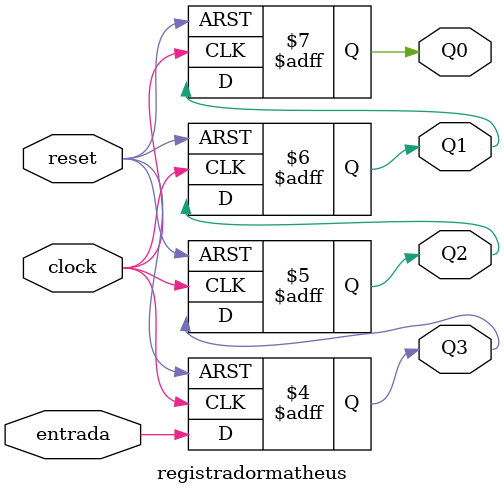
<source format=v>
/*
Registrador - Matheus Dias de Souza Barros

	Deslocador com não-bloqueante de 4bits
*/

module registradormatheus(Q3, Q2, Q1, Q0, clock, reset, entrada);

input clock, reset, entrada;

output reg Q3, Q2, Q1, Q0;

initial begin
	Q3 = 1'b0;
	Q2 = 1'b0;
	Q1 = 1'b0;
	Q0 = 1'b0;
end

always @ (posedge clock or posedge reset)
begin

		if (reset == 1'b1)
			begin
				Q3 = 1'b0;

				Q2 = 1'b0;

				Q1 = 1'b0;

				Q0 = 1'b0;
			end
			
		else
			begin
				Q3 <= entrada;

				Q2 <= Q3;

				Q1 <= Q2;

				Q0 <= Q1;
			end

end
	
endmodule

</source>
